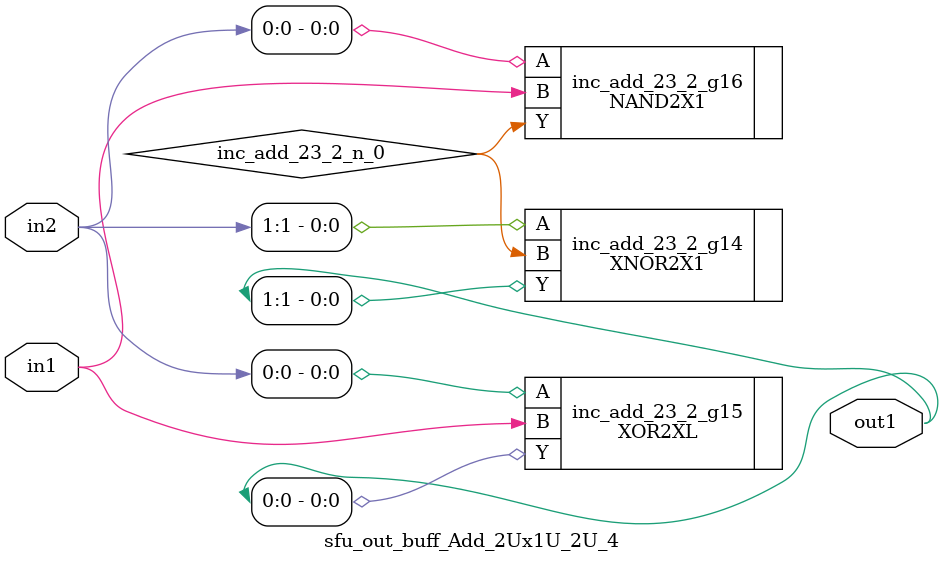
<source format=v>
`timescale 1ps / 1ps


module sfu_out_buff_Add_2Ux1U_2U_4(in2, in1, out1);
  input [1:0] in2;
  input in1;
  output [1:0] out1;
  wire [1:0] in2;
  wire in1;
  wire [1:0] out1;
  wire inc_add_23_2_n_0;
  XNOR2X1 inc_add_23_2_g14(.A (in2[1]), .B (inc_add_23_2_n_0), .Y
       (out1[1]));
  XOR2XL inc_add_23_2_g15(.A (in2[0]), .B (in1), .Y (out1[0]));
  NAND2X1 inc_add_23_2_g16(.A (in2[0]), .B (in1), .Y
       (inc_add_23_2_n_0));
endmodule



</source>
